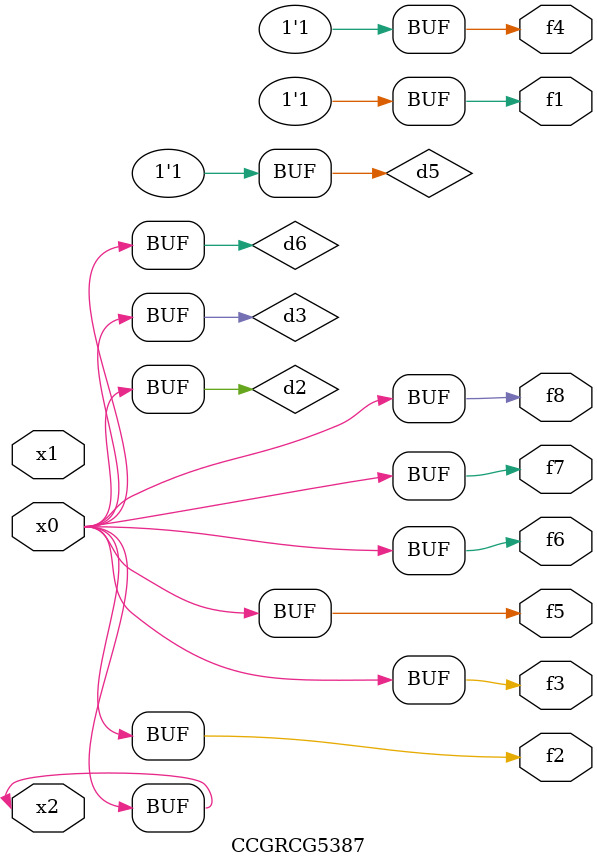
<source format=v>
module CCGRCG5387(
	input x0, x1, x2,
	output f1, f2, f3, f4, f5, f6, f7, f8
);

	wire d1, d2, d3, d4, d5, d6;

	xnor (d1, x2);
	buf (d2, x0, x2);
	and (d3, x0);
	xnor (d4, x1, x2);
	nand (d5, d1, d3);
	buf (d6, d2, d3);
	assign f1 = d5;
	assign f2 = d6;
	assign f3 = d6;
	assign f4 = d5;
	assign f5 = d6;
	assign f6 = d6;
	assign f7 = d6;
	assign f8 = d6;
endmodule

</source>
